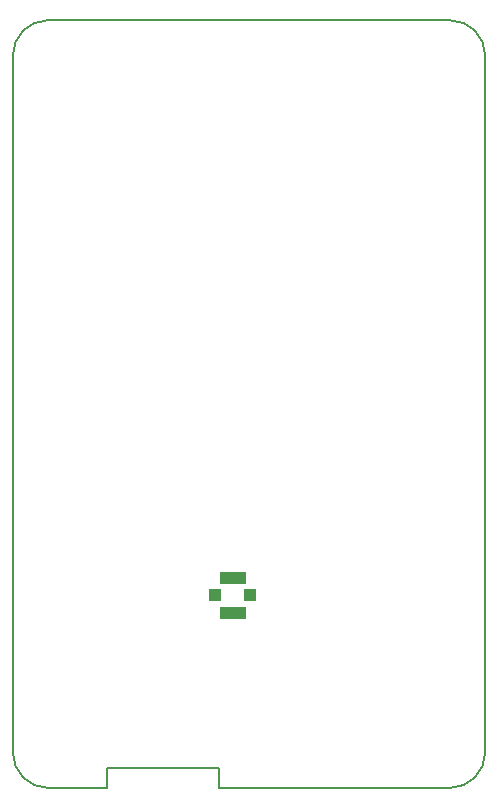
<source format=gbp>
G04 #@! TF.GenerationSoftware,KiCad,Pcbnew,(5.1.0-10-g6006703)*
G04 #@! TF.CreationDate,2019-06-03T13:36:41+08:00*
G04 #@! TF.ProjectId,cicada-2g,63696361-6461-42d3-9267-2e6b69636164,0.1*
G04 #@! TF.SameCoordinates,PX7cee6c0PY3dfd240*
G04 #@! TF.FileFunction,Paste,Bot*
G04 #@! TF.FilePolarity,Positive*
%FSLAX46Y46*%
G04 Gerber Fmt 4.6, Leading zero omitted, Abs format (unit mm)*
G04 Created by KiCad (PCBNEW (5.1.0-10-g6006703)) date 2019-06-03 13:36:41*
%MOMM*%
%LPD*%
G04 APERTURE LIST*
%ADD10C,0.150000*%
%ADD11R,1.000000X1.000000*%
%ADD12R,2.200000X1.050000*%
G04 APERTURE END LIST*
D10*
X-2500000Y-60000000D02*
X17000000Y-60000000D01*
X-2500000Y-58300000D02*
X-2500000Y-60000000D01*
X-12000000Y-58300000D02*
X-2500000Y-58300000D01*
X-12000000Y-60000000D02*
X-12000000Y-58300000D01*
X-17000000Y-60000000D02*
G75*
G02X-20000000Y-57000000I0J3000000D01*
G01*
X20000000Y-57000000D02*
G75*
G02X17000000Y-60000000I-3000000J0D01*
G01*
X17000000Y5000000D02*
G75*
G02X20000000Y2000000I0J-3000000D01*
G01*
X-20000000Y2000000D02*
G75*
G02X-17000000Y5000000I3000000J0D01*
G01*
X-20000000Y-57000000D02*
X-20000000Y2000000D01*
X-12000000Y-60000000D02*
X-17000000Y-60000000D01*
X20000000Y2000000D02*
X20000000Y-57000000D01*
X-17000000Y5000000D02*
X17000000Y5000000D01*
D11*
X-2890000Y-43690000D03*
X110000Y-43690000D03*
D12*
X-1390000Y-42215000D03*
X-1390000Y-45165000D03*
M02*

</source>
